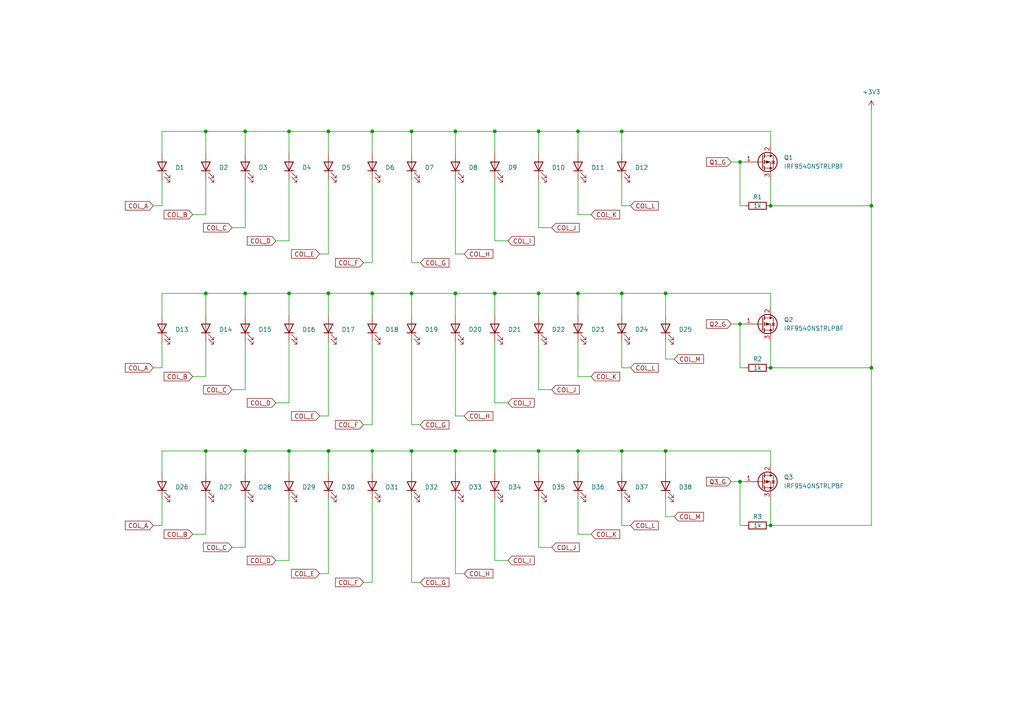
<source format=kicad_sch>
(kicad_sch (version 20231120) (generator "eeschema") (generator_version "8.0")
  (paper "A4")
  (lib_symbols
    (symbol "Device:LED" (pin_numbers hide) (pin_names (offset 1.016) hide)
      (property "Reference" "D" (at 0 2.54 0))
      (property "Value" "LED" (at 0 -2.54 0))
      (symbol "LED_0_1"
        (polyline (pts (xy -1.27 -1.27) (xy -1.27 1.27)) (stroke (width 0.254)))
        (polyline (pts (xy -1.27 0) (xy 1.27 0)))
        (polyline (pts (xy 1.27 -1.27) (xy 1.27 1.27) (xy -1.27 0) (xy 1.27 -1.27)) (stroke (width 0.254)))
        (polyline (pts (xy -3.048 -0.762) (xy -4.572 -2.286) (xy -3.81 -2.286) (xy -4.572 -2.286) (xy -4.572 -1.524)))
        (polyline (pts (xy -1.778 -0.762) (xy -3.302 -2.286) (xy -2.54 -2.286) (xy -3.302 -2.286) (xy -3.302 -1.524)))
      )
      (symbol "LED_1_1"
        (pin passive line (at -3.81 0 0) (length 2.54) (name "K") (number "1"))
        (pin passive line (at 3.81 0 180) (length 2.54) (name "A") (number "2"))
      )
    )
    (symbol "Device:Q_PMOS_GDS" (pin_names (offset 0) hide)
      (property "Reference" "Q" (at 5.08 1.27 0))
      (property "Value" "Q_PMOS_GDS" (at 5.08 -1.27 0))
      (symbol "Q_PMOS_GDS_0_1"
        (polyline (pts (xy 0.254 0) (xy -2.54 0)))
        (polyline (pts (xy 0.254 1.905) (xy 0.254 -1.905)) (stroke (width 0.254)))
        (polyline (pts (xy 0.762 -1.27) (xy 0.762 -2.286)) (stroke (width 0.254)))
        (polyline (pts (xy 0.762 0.508) (xy 0.762 -0.508)) (stroke (width 0.254)))
        (polyline (pts (xy 0.762 2.286) (xy 0.762 1.27)) (stroke (width 0.254)))
        (polyline (pts (xy 2.54 2.54) (xy 2.54 1.778)))
        (polyline (pts (xy 2.54 -2.54) (xy 2.54 0) (xy 0.762 0)))
        (polyline (pts (xy 0.762 1.778) (xy 3.302 1.778) (xy 3.302 -1.778) (xy 0.762 -1.778)))
        (polyline (pts (xy 2.286 0) (xy 1.27 0.381) (xy 1.27 -0.381) (xy 2.286 0)) (fill (type outline)))
        (polyline (pts (xy 2.794 -0.508) (xy 2.921 -0.381) (xy 3.683 -0.381) (xy 3.81 -0.254)))
        (polyline (pts (xy 3.302 -0.381) (xy 2.921 0.254) (xy 3.683 0.254) (xy 3.302 -0.381)))
        (circle (center 1.651 0) (radius 2.794) (stroke (width 0.254)))
        (circle (center 2.54 -1.778) (radius 0.254) (fill (type outline)))
        (circle (center 2.54 1.778) (radius 0.254) (fill (type outline)))
      )
      (symbol "Q_PMOS_GDS_1_1"
        (pin input line (at -5.08 0 0) (length 2.54) (name "G") (number "1"))
        (pin passive line (at 2.54 5.08 270) (length 2.54) (name "D") (number "2"))
        (pin passive line (at 2.54 -5.08 90) (length 2.54) (name "S") (number "3"))
      )
    )
    (symbol "Device:R" (pin_numbers hide) (pin_names (offset 0))
      (property "Reference" "R" (at 2.032 0 90))
      (property "Value" "R" (at 0 0 90))
      (symbol "R_0_1"
        (rectangle (start -1.016 -2.54) (end 1.016 2.54) (stroke (width 0.254)))
      )
      (symbol "R_1_1"
        (pin passive line (at 0 3.81 270) (length 1.27) (name "~") (number "1"))
        (pin passive line (at 0 -3.81 90) (length 1.27) (name "~") (number "2"))
      )
    )
    (symbol "power:+3V3" (power) (pin_numbers hide) (pin_names (offset 0) hide)
      (property "Value" "+3V3" (at 0 3.556 0))
      (symbol "+3V3_0_1"
        (polyline (pts (xy -0.762 1.27) (xy 0 2.54)))
        (polyline (pts (xy 0 0) (xy 0 2.54)))
        (polyline (pts (xy 0 2.54) (xy 0.762 1.27)))
      )
      (symbol "+3V3_1_1"
        (pin power_in line (at 0 0 90) (length 0) (name "~") (number "1"))
      )
    )
  )
  (junction (at 107.95 38.1))
  (junction (at 95.25 38.1))
  (junction (at 59.69 85.09))
  (junction (at 132.08 38.1))
  (junction (at 143.51 130.81))
  (junction (at 252.73 59.69))
  (junction (at 83.82 130.81))
  (junction (at 119.38 38.1))
  (junction (at 119.38 85.09))
  (junction (at 83.82 85.09))
  (junction (at 132.08 130.81))
  (junction (at 119.38 130.81))
  (junction (at 156.21 85.09))
  (junction (at 167.64 38.1))
  (junction (at 180.34 130.81))
  (junction (at 95.25 130.81))
  (junction (at 132.08 85.09))
  (junction (at 193.04 85.09))
  (junction (at 214.63 139.7))
  (junction (at 180.34 38.1))
  (junction (at 214.63 46.99))
  (junction (at 223.52 106.68))
  (junction (at 167.64 130.81))
  (junction (at 156.21 38.1))
  (junction (at 95.25 85.09))
  (junction (at 214.63 93.98))
  (junction (at 193.04 130.81))
  (junction (at 252.73 106.68))
  (junction (at 143.51 85.09))
  (junction (at 180.34 85.09))
  (junction (at 167.64 85.09))
  (junction (at 71.12 130.81))
  (junction (at 83.82 38.1))
  (junction (at 59.69 38.1))
  (junction (at 223.52 59.69))
  (junction (at 107.95 130.81))
  (junction (at 156.21 130.81))
  (junction (at 71.12 85.09))
  (junction (at 143.51 38.1))
  (junction (at 223.52 152.4))
  (junction (at 59.69 130.81))
  (junction (at 71.12 38.1))
  (junction (at 107.95 85.09))
  (wire (pts (xy 182.88 59.69) (xy 180.34 59.69)))
  (wire (pts (xy 214.63 59.69) (xy 215.9 59.69)))
  (wire (pts (xy 92.71 120.65) (xy 95.25 120.65)))
  (wire (pts (xy 167.64 130.81) (xy 180.34 130.81)))
  (wire (pts (xy 223.52 144.78) (xy 223.52 152.4)))
  (wire (pts (xy 46.99 106.68) (xy 46.99 99.06)))
  (wire (pts (xy 214.63 139.7) (xy 214.63 152.4)))
  (wire (pts (xy 147.32 116.84) (xy 143.51 116.84)))
  (wire (pts (xy 46.99 59.69) (xy 46.99 52.07)))
  (wire (pts (xy 167.64 154.94) (xy 167.64 144.78)))
  (wire (pts (xy 180.34 106.68) (xy 180.34 99.06)))
  (wire (pts (xy 182.88 152.4) (xy 180.34 152.4)))
  (wire (pts (xy 193.04 130.81) (xy 193.04 137.16)))
  (wire (pts (xy 171.45 62.23) (xy 167.64 62.23)))
  (wire (pts (xy 252.73 152.4) (xy 223.52 152.4)))
  (wire (pts (xy 143.51 130.81) (xy 156.21 130.81)))
  (wire (pts (xy 71.12 66.04) (xy 71.12 52.07)))
  (wire (pts (xy 71.12 113.03) (xy 71.12 99.06)))
  (wire (pts (xy 119.38 123.19) (xy 119.38 99.06)))
  (wire (pts (xy 105.41 123.19) (xy 107.95 123.19)))
  (wire (pts (xy 95.25 85.09) (xy 107.95 85.09)))
  (wire (pts (xy 107.95 38.1) (xy 107.95 44.45)))
  (wire (pts (xy 119.38 38.1) (xy 132.08 38.1)))
  (wire (pts (xy 167.64 109.22) (xy 167.64 99.06)))
  (wire (pts (xy 83.82 38.1) (xy 83.82 44.45)))
  (wire (pts (xy 193.04 85.09) (xy 223.52 85.09)))
  (wire (pts (xy 46.99 38.1) (xy 59.69 38.1)))
  (wire (pts (xy 71.12 130.81) (xy 83.82 130.81)))
  (wire (pts (xy 83.82 38.1) (xy 95.25 38.1)))
  (wire (pts (xy 132.08 73.66) (xy 132.08 52.07)))
  (wire (pts (xy 156.21 85.09) (xy 156.21 91.44)))
  (wire (pts (xy 92.71 73.66) (xy 95.25 73.66)))
  (wire (pts (xy 46.99 130.81) (xy 46.99 137.16)))
  (wire (pts (xy 167.64 130.81) (xy 167.64 137.16)))
  (wire (pts (xy 214.63 46.99) (xy 212.09 46.99)))
  (wire (pts (xy 59.69 38.1) (xy 59.69 44.45)))
  (wire (pts (xy 182.88 106.68) (xy 180.34 106.68)))
  (wire (pts (xy 214.63 46.99) (xy 214.63 59.69)))
  (wire (pts (xy 214.63 106.68) (xy 215.9 106.68)))
  (wire (pts (xy 107.95 76.2) (xy 107.95 52.07)))
  (wire (pts (xy 132.08 120.65) (xy 132.08 99.06)))
  (wire (pts (xy 143.51 85.09) (xy 143.51 91.44)))
  (wire (pts (xy 92.71 166.37) (xy 95.25 166.37)))
  (wire (pts (xy 105.41 168.91) (xy 107.95 168.91)))
  (wire (pts (xy 59.69 62.23) (xy 59.69 52.07)))
  (wire (pts (xy 71.12 158.75) (xy 71.12 144.78)))
  (wire (pts (xy 121.92 76.2) (xy 119.38 76.2)))
  (wire (pts (xy 59.69 85.09) (xy 71.12 85.09)))
  (wire (pts (xy 134.62 120.65) (xy 132.08 120.65)))
  (wire (pts (xy 180.34 130.81) (xy 193.04 130.81)))
  (wire (pts (xy 156.21 158.75) (xy 156.21 144.78)))
  (wire (pts (xy 83.82 162.56) (xy 83.82 144.78)))
  (wire (pts (xy 223.52 38.1) (xy 223.52 41.91)))
  (wire (pts (xy 55.88 154.94) (xy 59.69 154.94)))
  (wire (pts (xy 121.92 123.19) (xy 119.38 123.19)))
  (wire (pts (xy 95.25 73.66) (xy 95.25 52.07)))
  (wire (pts (xy 132.08 38.1) (xy 132.08 44.45)))
  (wire (pts (xy 252.73 59.69) (xy 223.52 59.69)))
  (wire (pts (xy 156.21 113.03) (xy 156.21 99.06)))
  (wire (pts (xy 252.73 106.68) (xy 252.73 152.4)))
  (wire (pts (xy 180.34 130.81) (xy 180.34 137.16)))
  (wire (pts (xy 195.58 149.86) (xy 193.04 149.86)))
  (wire (pts (xy 214.63 152.4) (xy 215.9 152.4)))
  (wire (pts (xy 143.51 116.84) (xy 143.51 99.06)))
  (wire (pts (xy 156.21 66.04) (xy 156.21 52.07)))
  (wire (pts (xy 143.51 130.81) (xy 143.51 137.16)))
  (wire (pts (xy 46.99 38.1) (xy 46.99 44.45)))
  (wire (pts (xy 147.32 162.56) (xy 143.51 162.56)))
  (wire (pts (xy 167.64 38.1) (xy 167.64 44.45)))
  (wire (pts (xy 252.73 59.69) (xy 252.73 106.68)))
  (wire (pts (xy 46.99 152.4) (xy 46.99 144.78)))
  (wire (pts (xy 252.73 31.75) (xy 252.73 59.69)))
  (wire (pts (xy 252.73 106.68) (xy 223.52 106.68)))
  (wire (pts (xy 107.95 38.1) (xy 119.38 38.1)))
  (wire (pts (xy 132.08 130.81) (xy 143.51 130.81)))
  (wire (pts (xy 59.69 130.81) (xy 71.12 130.81)))
  (wire (pts (xy 71.12 38.1) (xy 83.82 38.1)))
  (wire (pts (xy 132.08 130.81) (xy 132.08 137.16)))
  (wire (pts (xy 107.95 130.81) (xy 119.38 130.81)))
  (wire (pts (xy 171.45 109.22) (xy 167.64 109.22)))
  (wire (pts (xy 167.64 85.09) (xy 180.34 85.09)))
  (wire (pts (xy 105.41 76.2) (xy 107.95 76.2)))
  (wire (pts (xy 193.04 149.86) (xy 193.04 144.78)))
  (wire (pts (xy 132.08 85.09) (xy 143.51 85.09)))
  (wire (pts (xy 71.12 85.09) (xy 71.12 91.44)))
  (wire (pts (xy 55.88 62.23) (xy 59.69 62.23)))
  (wire (pts (xy 167.64 38.1) (xy 180.34 38.1)))
  (wire (pts (xy 171.45 154.94) (xy 167.64 154.94)))
  (wire (pts (xy 95.25 166.37) (xy 95.25 144.78)))
  (wire (pts (xy 180.34 59.69) (xy 180.34 52.07)))
  (wire (pts (xy 156.21 38.1) (xy 167.64 38.1)))
  (wire (pts (xy 67.31 158.75) (xy 71.12 158.75)))
  (wire (pts (xy 67.31 66.04) (xy 71.12 66.04)))
  (wire (pts (xy 119.38 130.81) (xy 119.38 137.16)))
  (wire (pts (xy 83.82 85.09) (xy 83.82 91.44)))
  (wire (pts (xy 134.62 166.37) (xy 132.08 166.37)))
  (wire (pts (xy 107.95 123.19) (xy 107.95 99.06)))
  (wire (pts (xy 95.25 120.65) (xy 95.25 99.06)))
  (wire (pts (xy 71.12 130.81) (xy 71.12 137.16)))
  (wire (pts (xy 223.52 85.09) (xy 223.52 88.9)))
  (wire (pts (xy 107.95 85.09) (xy 119.38 85.09)))
  (wire (pts (xy 46.99 85.09) (xy 59.69 85.09)))
  (wire (pts (xy 132.08 166.37) (xy 132.08 144.78)))
  (wire (pts (xy 223.52 99.06) (xy 223.52 106.68)))
  (wire (pts (xy 83.82 130.81) (xy 95.25 130.81)))
  (wire (pts (xy 167.64 85.09) (xy 167.64 91.44)))
  (wire (pts (xy 223.52 52.07) (xy 223.52 59.69)))
  (wire (pts (xy 214.63 93.98) (xy 212.09 93.98)))
  (wire (pts (xy 119.38 85.09) (xy 132.08 85.09)))
  (wire (pts (xy 132.08 85.09) (xy 132.08 91.44)))
  (wire (pts (xy 167.64 62.23) (xy 167.64 52.07)))
  (wire (pts (xy 83.82 85.09) (xy 95.25 85.09)))
  (wire (pts (xy 55.88 109.22) (xy 59.69 109.22)))
  (wire (pts (xy 83.82 130.81) (xy 83.82 137.16)))
  (wire (pts (xy 59.69 154.94) (xy 59.69 144.78)))
  (wire (pts (xy 44.45 106.68) (xy 46.99 106.68)))
  (wire (pts (xy 134.62 73.66) (xy 132.08 73.66)))
  (wire (pts (xy 156.21 85.09) (xy 167.64 85.09)))
  (wire (pts (xy 71.12 85.09) (xy 83.82 85.09)))
  (wire (pts (xy 83.82 116.84) (xy 83.82 99.06)))
  (wire (pts (xy 107.95 130.81) (xy 107.95 137.16)))
  (wire (pts (xy 119.38 168.91) (xy 119.38 144.78)))
  (wire (pts (xy 59.69 109.22) (xy 59.69 99.06)))
  (wire (pts (xy 46.99 85.09) (xy 46.99 91.44)))
  (wire (pts (xy 95.25 38.1) (xy 95.25 44.45)))
  (wire (pts (xy 180.34 85.09) (xy 193.04 85.09)))
  (wire (pts (xy 195.58 104.14) (xy 193.04 104.14)))
  (wire (pts (xy 143.51 85.09) (xy 156.21 85.09)))
  (wire (pts (xy 71.12 38.1) (xy 71.12 44.45)))
  (wire (pts (xy 119.38 130.81) (xy 132.08 130.81)))
  (wire (pts (xy 214.63 139.7) (xy 215.9 139.7)))
  (wire (pts (xy 44.45 152.4) (xy 46.99 152.4)))
  (wire (pts (xy 156.21 38.1) (xy 156.21 44.45)))
  (wire (pts (xy 67.31 113.03) (xy 71.12 113.03)))
  (wire (pts (xy 214.63 93.98) (xy 214.63 106.68)))
  (wire (pts (xy 119.38 76.2) (xy 119.38 52.07)))
  (wire (pts (xy 80.01 162.56) (xy 83.82 162.56)))
  (wire (pts (xy 80.01 69.85) (xy 83.82 69.85)))
  (wire (pts (xy 95.25 130.81) (xy 107.95 130.81)))
  (wire (pts (xy 193.04 130.81) (xy 223.52 130.81)))
  (wire (pts (xy 193.04 104.14) (xy 193.04 99.06)))
  (wire (pts (xy 193.04 85.09) (xy 193.04 91.44)))
  (wire (pts (xy 59.69 38.1) (xy 71.12 38.1)))
  (wire (pts (xy 180.34 85.09) (xy 180.34 91.44)))
  (wire (pts (xy 59.69 130.81) (xy 59.69 137.16)))
  (wire (pts (xy 143.51 38.1) (xy 156.21 38.1)))
  (wire (pts (xy 143.51 162.56) (xy 143.51 144.78)))
  (wire (pts (xy 223.52 130.81) (xy 223.52 134.62)))
  (wire (pts (xy 156.21 130.81) (xy 156.21 137.16)))
  (wire (pts (xy 119.38 85.09) (xy 119.38 91.44)))
  (wire (pts (xy 143.51 69.85) (xy 143.51 52.07)))
  (wire (pts (xy 46.99 130.81) (xy 59.69 130.81)))
  (wire (pts (xy 160.02 113.03) (xy 156.21 113.03)))
  (wire (pts (xy 143.51 38.1) (xy 143.51 44.45)))
  (wire (pts (xy 119.38 38.1) (xy 119.38 44.45)))
  (wire (pts (xy 80.01 116.84) (xy 83.82 116.84)))
  (wire (pts (xy 44.45 59.69) (xy 46.99 59.69)))
  (wire (pts (xy 160.02 158.75) (xy 156.21 158.75)))
  (wire (pts (xy 147.32 69.85) (xy 143.51 69.85)))
  (wire (pts (xy 214.63 93.98) (xy 215.9 93.98)))
  (wire (pts (xy 95.25 38.1) (xy 107.95 38.1)))
  (wire (pts (xy 180.34 152.4) (xy 180.34 144.78)))
  (wire (pts (xy 180.34 38.1) (xy 180.34 44.45)))
  (wire (pts (xy 214.63 46.99) (xy 215.9 46.99)))
  (wire (pts (xy 83.82 69.85) (xy 83.82 52.07)))
  (wire (pts (xy 59.69 85.09) (xy 59.69 91.44)))
  (wire (pts (xy 107.95 168.91) (xy 107.95 144.78)))
  (wire (pts (xy 132.08 38.1) (xy 143.51 38.1)))
  (wire (pts (xy 107.95 85.09) (xy 107.95 91.44)))
  (wire (pts (xy 160.02 66.04) (xy 156.21 66.04)))
  (wire (pts (xy 180.34 38.1) (xy 223.52 38.1)))
  (wire (pts (xy 156.21 130.81) (xy 167.64 130.81)))
  (wire (pts (xy 95.25 130.81) (xy 95.25 137.16)))
  (wire (pts (xy 214.63 139.7) (xy 212.09 139.7)))
  (wire (pts (xy 95.25 85.09) (xy 95.25 91.44)))
  (wire (pts (xy 121.92 168.91) (xy 119.38 168.91)))
  (global_label "COL_M" (shape input) (at 195.58 149.86 0) (property "Intersheetrefs" "${INTERSHEET_REFS}" (effects (hide yes))))
  (global_label "COL_E" (shape input) (at 92.71 73.66 180) (property "Intersheetrefs" "${INTERSHEET_REFS}" (effects (hide yes))))
  (global_label "COL_A" (shape input) (at 44.45 106.68 180) (property "Intersheetrefs" "${INTERSHEET_REFS}" (effects (hide yes))))
  (global_label "COL_C" (shape input) (at 67.31 158.75 180) (property "Intersheetrefs" "${INTERSHEET_REFS}" (effects (hide yes))))
  (global_label "COL_F" (shape input) (at 105.41 168.91 180) (property "Intersheetrefs" "${INTERSHEET_REFS}" (effects (hide yes))))
  (global_label "COL_D" (shape input) (at 80.01 69.85 180) (property "Intersheetrefs" "${INTERSHEET_REFS}" (effects (hide yes))))
  (global_label "COL_M" (shape input) (at 195.58 104.14 0) (property "Intersheetrefs" "${INTERSHEET_REFS}" (effects (hide yes))))
  (global_label "COL_D" (shape input) (at 80.01 162.56 180) (property "Intersheetrefs" "${INTERSHEET_REFS}" (effects (hide yes))))
  (global_label "COL_J" (shape input) (at 160.02 113.03 0) (property "Intersheetrefs" "${INTERSHEET_REFS}" (effects (hide yes))))
  (global_label "COL_L" (shape input) (at 182.88 59.69 0) (property "Intersheetrefs" "${INTERSHEET_REFS}" (effects (hide yes))))
  (global_label "COL_G" (shape input) (at 121.92 168.91 0) (property "Intersheetrefs" "${INTERSHEET_REFS}" (effects (hide yes))))
  (global_label "COL_K" (shape input) (at 171.45 62.23 0) (property "Intersheetrefs" "${INTERSHEET_REFS}" (effects (hide yes))))
  (global_label "COL_K" (shape input) (at 171.45 109.22 0) (property "Intersheetrefs" "${INTERSHEET_REFS}" (effects (hide yes))))
  (global_label "COL_F" (shape input) (at 105.41 123.19 180) (property "Intersheetrefs" "${INTERSHEET_REFS}" (effects (hide yes))))
  (global_label "COL_B" (shape input) (at 55.88 109.22 180) (property "Intersheetrefs" "${INTERSHEET_REFS}" (effects (hide yes))))
  (global_label "COL_G" (shape input) (at 121.92 76.2 0) (property "Intersheetrefs" "${INTERSHEET_REFS}" (effects (hide yes))))
  (global_label "COL_F" (shape input) (at 105.41 76.2 180) (property "Intersheetrefs" "${INTERSHEET_REFS}" (effects (hide yes))))
  (global_label "COL_D" (shape input) (at 80.01 116.84 180) (property "Intersheetrefs" "${INTERSHEET_REFS}" (effects (hide yes))))
  (global_label "COL_C" (shape input) (at 67.31 113.03 180) (property "Intersheetrefs" "${INTERSHEET_REFS}" (effects (hide yes))))
  (global_label "COL_I" (shape input) (at 147.32 69.85 0) (property "Intersheetrefs" "${INTERSHEET_REFS}" (effects (hide yes))))
  (global_label "COL_L" (shape input) (at 182.88 106.68 0) (property "Intersheetrefs" "${INTERSHEET_REFS}" (effects (hide yes))))
  (global_label "COL_H" (shape input) (at 134.62 166.37 0) (property "Intersheetrefs" "${INTERSHEET_REFS}" (effects (hide yes))))
  (global_label "COL_I" (shape input) (at 147.32 162.56 0) (property "Intersheetrefs" "${INTERSHEET_REFS}" (effects (hide yes))))
  (global_label "COL_H" (shape input) (at 134.62 120.65 0) (property "Intersheetrefs" "${INTERSHEET_REFS}" (effects (hide yes))))
  (global_label "COL_I" (shape input) (at 147.32 116.84 0) (property "Intersheetrefs" "${INTERSHEET_REFS}" (effects (hide yes))))
  (global_label "COL_J" (shape input) (at 160.02 158.75 0) (property "Intersheetrefs" "${INTERSHEET_REFS}" (effects (hide yes))))
  (global_label "Q1_G" (shape input) (at 212.09 46.99 180) (property "Intersheetrefs" "${INTERSHEET_REFS}" (effects (hide yes))))
  (global_label "COL_B" (shape input) (at 55.88 154.94 180) (property "Intersheetrefs" "${INTERSHEET_REFS}" (effects (hide yes))))
  (global_label "COL_E" (shape input) (at 92.71 120.65 180) (property "Intersheetrefs" "${INTERSHEET_REFS}" (effects (hide yes))))
  (global_label "COL_A" (shape input) (at 44.45 59.69 180) (property "Intersheetrefs" "${INTERSHEET_REFS}" (effects (hide yes))))
  (global_label "COL_B" (shape input) (at 55.88 62.23 180) (property "Intersheetrefs" "${INTERSHEET_REFS}" (effects (hide yes))))
  (global_label "COL_C" (shape input) (at 67.31 66.04 180) (property "Intersheetrefs" "${INTERSHEET_REFS}" (effects (hide yes))))
  (global_label "COL_J" (shape input) (at 160.02 66.04 0) (property "Intersheetrefs" "${INTERSHEET_REFS}" (effects (hide yes))))
  (global_label "COL_K" (shape input) (at 171.45 154.94 0) (property "Intersheetrefs" "${INTERSHEET_REFS}" (effects (hide yes))))
  (global_label "COL_G" (shape input) (at 121.92 123.19 0) (property "Intersheetrefs" "${INTERSHEET_REFS}" (effects (hide yes))))
  (global_label "COL_H" (shape input) (at 134.62 73.66 0) (property "Intersheetrefs" "${INTERSHEET_REFS}" (effects (hide yes))))
  (global_label "COL_E" (shape input) (at 92.71 166.37 180) (property "Intersheetrefs" "${INTERSHEET_REFS}" (effects (hide yes))))
  (global_label "COL_A" (shape input) (at 44.45 152.4 180) (property "Intersheetrefs" "${INTERSHEET_REFS}" (effects (hide yes))))
  (global_label "COL_L" (shape input) (at 182.88 152.4 0) (property "Intersheetrefs" "${INTERSHEET_REFS}" (effects (hide yes))))
  (global_label "Q3_G" (shape input) (at 212.09 139.7 180) (property "Intersheetrefs" "${INTERSHEET_REFS}" (effects (hide yes))))
  (global_label "Q2_G" (shape input) (at 212.09 93.98 180) (property "Intersheetrefs" "${INTERSHEET_REFS}" (effects (hide yes))))
  (symbol (lib_id "Device:LED") (at 59.69 95.25 90) (unit 1)
    (property "Reference" "D14" (at 63.5 95.5674 90) (effects (justify right)))
    (property "Value" "151051BS04000" (effects (hide yes)))
    (property "Footprint" "Graduation Cap:BLUE-LED-5MM-ROUND" (effects (hide yes)))
    (property "Description" "Light emitting diode" (effects (hide yes)))
  )
  (symbol (lib_id "Device:LED") (at 132.08 95.25 90) (unit 1)
    (property "Reference" "D20" (at 135.89 95.5674 90) (effects (justify right)))
    (property "Value" "SLI-343D8U3F" (effects (hide yes)))
    (property "Footprint" "Graduation Cap:ORANGE-LED-5MM-ROUND" (effects (hide yes)))
    (property "Description" "Light emitting diode" (effects (hide yes)))
  )
  (symbol (lib_id "power:+3V3") (at 252.73 31.75 0) (unit 1)
    (property "Reference" "#PWR05" (effects (hide yes)))
    (property "Value" "+3V3" (at 252.73 26.67 0))
    (property "Description" "Power symbol creates a global label with name \"+3V3\"" (effects (hide yes)))
  )
  (symbol (lib_id "Device:LED") (at 107.95 48.26 90) (unit 1)
    (property "Reference" "D6" (at 111.76 48.5774 90) (effects (justify right)))
    (property "Value" "151051BS04000" (effects (hide yes)))
    (property "Footprint" "Graduation Cap:BLUE-LED-5MM-ROUND" (effects (hide yes)))
    (property "Description" "Light emitting diode" (effects (hide yes)))
  )
  (symbol (lib_id "Device:LED") (at 180.34 140.97 90) (unit 1)
    (property "Reference" "D37" (at 184.15 141.2874 90) (effects (justify right)))
    (property "Value" "SLI-343D8U3F" (effects (hide yes)))
    (property "Footprint" "Graduation Cap:ORANGE-LED-5MM-ROUND" (effects (hide yes)))
    (property "Description" "Light emitting diode" (effects (hide yes)))
  )
  (symbol (lib_id "Device:LED") (at 193.04 140.97 90) (unit 1)
    (property "Reference" "D38" (at 196.85 141.2874 90) (effects (justify right)))
    (property "Value" "SLI-343D8U3F" (effects (hide yes)))
    (property "Footprint" "Graduation Cap:ORANGE-LED-5MM-ROUND" (effects (hide yes)))
    (property "Description" "Light emitting diode" (effects (hide yes)))
  )
  (symbol (lib_id "Device:LED") (at 95.25 95.25 90) (unit 1)
    (property "Reference" "D17" (at 99.06 95.5674 90) (effects (justify right)))
    (property "Value" "151051BS04000" (effects (hide yes)))
    (property "Footprint" "Graduation Cap:BLUE-LED-5MM-ROUND" (effects (hide yes)))
    (property "Description" "Light emitting diode" (effects (hide yes)))
  )
  (symbol (lib_id "Device:Q_PMOS_GDS") (at 220.98 46.99 0) (unit 1)
    (property "Reference" "Q1" (at 227.33 45.7199 0) (effects (justify left)))
    (property "Value" "IRF9540NSTRLPBF" (at 227.33 48.2599 0) (effects (justify left)))
    (property "Footprint" "Package_TO_SOT_SMD:TO-263-2" (effects (hide yes)))
    (property "Description" "P-MOSFET transistor, gate/drain/source" (effects (hide yes)))
  )
  (symbol (lib_id "Device:LED") (at 46.99 140.97 90) (unit 1)
    (property "Reference" "D26" (at 50.8 141.2874 90) (effects (justify right)))
    (property "Value" "SLI-343D8U3F" (effects (hide yes)))
    (property "Footprint" "Graduation Cap:ORANGE-LED-5MM-ROUND" (effects (hide yes)))
    (property "Description" "Light emitting diode" (effects (hide yes)))
  )
  (symbol (lib_id "Device:LED") (at 71.12 140.97 90) (unit 1)
    (property "Reference" "D28" (at 74.93 141.2874 90) (effects (justify right)))
    (property "Value" "SLI-343D8U3F" (effects (hide yes)))
    (property "Footprint" "Graduation Cap:ORANGE-LED-5MM-ROUND" (effects (hide yes)))
    (property "Description" "Light emitting diode" (effects (hide yes)))
  )
  (symbol (lib_id "Device:LED") (at 167.64 95.25 90) (unit 1)
    (property "Reference" "D23" (at 171.45 95.5674 90) (effects (justify right)))
    (property "Value" "SLI-343D8U3F" (effects (hide yes)))
    (property "Footprint" "Graduation Cap:ORANGE-LED-5MM-ROUND" (effects (hide yes)))
    (property "Description" "Light emitting diode" (effects (hide yes)))
  )
  (symbol (lib_id "Device:LED") (at 71.12 48.26 90) (unit 1)
    (property "Reference" "D3" (at 74.93 48.5774 90) (effects (justify right)))
    (property "Value" "151051BS04000" (effects (hide yes)))
    (property "Footprint" "Graduation Cap:BLUE-LED-5MM-ROUND" (effects (hide yes)))
    (property "Description" "Light emitting diode" (effects (hide yes)))
  )
  (symbol (lib_id "Device:R") (at 219.71 106.68 90) (unit 1)
    (property "Reference" "R2" (at 219.71 104.14 90))
    (property "Value" "1k" (at 219.71 106.68 90))
    (property "Footprint" "Resistor_SMD:R_0603_1608Metric" (effects (hide yes)))
    (property "Description" "Resistor" (effects (hide yes)))
  )
  (symbol (lib_id "Device:R") (at 219.71 152.4 90) (unit 1)
    (property "Reference" "R3" (at 219.71 149.86 90))
    (property "Value" "1k" (at 219.71 152.4 90))
    (property "Footprint" "Resistor_SMD:R_0603_1608Metric" (effects (hide yes)))
    (property "Description" "Resistor" (effects (hide yes)))
  )
  (symbol (lib_id "Device:LED") (at 46.99 48.26 90) (unit 1)
    (property "Reference" "D1" (at 50.8 48.5774 90) (effects (justify right)))
    (property "Value" "151051BS04000" (effects (hide yes)))
    (property "Footprint" "Graduation Cap:BLUE-LED-5MM-ROUND" (effects (hide yes)))
    (property "Description" "Light emitting diode" (effects (hide yes)))
  )
  (symbol (lib_id "Device:LED") (at 143.51 95.25 90) (unit 1)
    (property "Reference" "D21" (at 147.32 95.5674 90) (effects (justify right)))
    (property "Value" "SLI-343D8U3F" (effects (hide yes)))
    (property "Footprint" "Graduation Cap:ORANGE-LED-5MM-ROUND" (effects (hide yes)))
    (property "Description" "Light emitting diode" (effects (hide yes)))
  )
  (symbol (lib_id "Device:LED") (at 59.69 140.97 90) (unit 1)
    (property "Reference" "D27" (at 63.5 141.2874 90) (effects (justify right)))
    (property "Value" "SLI-343D8U3F" (effects (hide yes)))
    (property "Footprint" "Graduation Cap:ORANGE-LED-5MM-ROUND" (effects (hide yes)))
    (property "Description" "Light emitting diode" (effects (hide yes)))
  )
  (symbol (lib_id "Device:LED") (at 193.04 95.25 90) (unit 1)
    (property "Reference" "D25" (at 196.85 95.5674 90) (effects (justify right)))
    (property "Value" "SLI-343D8U3F" (effects (hide yes)))
    (property "Footprint" "Graduation Cap:ORANGE-LED-5MM-ROUND" (effects (hide yes)))
    (property "Description" "Light emitting diode" (effects (hide yes)))
  )
  (symbol (lib_id "Device:LED") (at 180.34 95.25 90) (unit 1)
    (property "Reference" "D24" (at 184.15 95.5674 90) (effects (justify right)))
    (property "Value" "SLI-343D8U3F" (effects (hide yes)))
    (property "Footprint" "Graduation Cap:ORANGE-LED-5MM-ROUND" (effects (hide yes)))
    (property "Description" "Light emitting diode" (effects (hide yes)))
  )
  (symbol (lib_id "Device:LED") (at 83.82 140.97 90) (unit 1)
    (property "Reference" "D29" (at 87.63 141.2874 90) (effects (justify right)))
    (property "Value" "SLI-343D8U3F" (effects (hide yes)))
    (property "Footprint" "Graduation Cap:ORANGE-LED-5MM-ROUND" (effects (hide yes)))
    (property "Description" "Light emitting diode" (effects (hide yes)))
  )
  (symbol (lib_id "Device:R") (at 219.71 59.69 90) (unit 1)
    (property "Reference" "R1" (at 219.71 57.15 90))
    (property "Value" "1k" (at 219.71 59.69 90))
    (property "Footprint" "Resistor_SMD:R_0603_1608Metric" (effects (hide yes)))
    (property "Description" "Resistor" (effects (hide yes)))
  )
  (symbol (lib_id "Device:LED") (at 119.38 48.26 90) (unit 1)
    (property "Reference" "D7" (at 123.19 48.5774 90) (effects (justify right)))
    (property "Value" "151051BS04000" (effects (hide yes)))
    (property "Footprint" "Graduation Cap:BLUE-LED-5MM-ROUND" (effects (hide yes)))
    (property "Description" "Light emitting diode" (effects (hide yes)))
  )
  (symbol (lib_id "Device:LED") (at 156.21 48.26 90) (unit 1)
    (property "Reference" "D10" (at 160.02 48.5774 90) (effects (justify right)))
    (property "Value" "151051BS04000" (effects (hide yes)))
    (property "Footprint" "Graduation Cap:BLUE-LED-5MM-ROUND" (effects (hide yes)))
    (property "Description" "Light emitting diode" (effects (hide yes)))
  )
  (symbol (lib_id "Device:LED") (at 95.25 140.97 90) (unit 1)
    (property "Reference" "D30" (at 99.06 141.2874 90) (effects (justify right)))
    (property "Value" "SLI-343D8U3F" (effects (hide yes)))
    (property "Footprint" "Graduation Cap:ORANGE-LED-5MM-ROUND" (effects (hide yes)))
    (property "Description" "Light emitting diode" (effects (hide yes)))
  )
  (symbol (lib_id "Device:Q_PMOS_GDS") (at 220.98 139.7 0) (unit 1)
    (property "Reference" "Q3" (at 227.33 138.4299 0) (effects (justify left)))
    (property "Value" "IRF9540NSTRLPBF" (at 227.33 140.9699 0) (effects (justify left)))
    (property "Footprint" "Package_TO_SOT_SMD:TO-263-2" (effects (hide yes)))
    (property "Description" "P-MOSFET transistor, gate/drain/source" (effects (hide yes)))
  )
  (symbol (lib_id "Device:LED") (at 167.64 48.26 90) (unit 1)
    (property "Reference" "D11" (at 171.45 48.5774 90) (effects (justify right)))
    (property "Value" "151051BS04000" (effects (hide yes)))
    (property "Footprint" "Graduation Cap:BLUE-LED-5MM-ROUND" (effects (hide yes)))
    (property "Description" "Light emitting diode" (effects (hide yes)))
  )
  (symbol (lib_id "Device:LED") (at 132.08 48.26 90) (unit 1)
    (property "Reference" "D8" (at 135.89 48.5774 90) (effects (justify right)))
    (property "Value" "151051BS04000" (effects (hide yes)))
    (property "Footprint" "Graduation Cap:BLUE-LED-5MM-ROUND" (effects (hide yes)))
    (property "Description" "Light emitting diode" (effects (hide yes)))
  )
  (symbol (lib_id "Device:LED") (at 107.95 95.25 90) (unit 1)
    (property "Reference" "D18" (at 111.76 95.5674 90) (effects (justify right)))
    (property "Value" "151051BS04000" (effects (hide yes)))
    (property "Footprint" "Graduation Cap:BLUE-LED-5MM-ROUND" (effects (hide yes)))
    (property "Description" "Light emitting diode" (effects (hide yes)))
  )
  (symbol (lib_id "Device:LED") (at 156.21 140.97 90) (unit 1)
    (property "Reference" "D35" (at 160.02 141.2874 90) (effects (justify right)))
    (property "Value" "SLI-343D8U3F" (effects (hide yes)))
    (property "Footprint" "Graduation Cap:ORANGE-LED-5MM-ROUND" (effects (hide yes)))
    (property "Description" "Light emitting diode" (effects (hide yes)))
  )
  (symbol (lib_id "Device:LED") (at 143.51 48.26 90) (unit 1)
    (property "Reference" "D9" (at 147.32 48.5774 90) (effects (justify right)))
    (property "Value" "151051BS04000" (effects (hide yes)))
    (property "Footprint" "Graduation Cap:BLUE-LED-5MM-ROUND" (effects (hide yes)))
    (property "Description" "Light emitting diode" (effects (hide yes)))
  )
  (symbol (lib_id "Device:LED") (at 71.12 95.25 90) (unit 1)
    (property "Reference" "D15" (at 74.93 95.5674 90) (effects (justify right)))
    (property "Value" "151051BS04000" (effects (hide yes)))
    (property "Footprint" "Graduation Cap:BLUE-LED-5MM-ROUND" (effects (hide yes)))
    (property "Description" "Light emitting diode" (effects (hide yes)))
  )
  (symbol (lib_id "Device:LED") (at 119.38 95.25 90) (unit 1)
    (property "Reference" "D19" (at 123.19 95.5674 90) (effects (justify right)))
    (property "Value" "SLI-343D8U3F" (effects (hide yes)))
    (property "Footprint" "Graduation Cap:ORANGE-LED-5MM-ROUND" (effects (hide yes)))
    (property "Description" "Light emitting diode" (effects (hide yes)))
  )
  (symbol (lib_id "Device:LED") (at 46.99 95.25 90) (unit 1)
    (property "Reference" "D13" (at 50.8 95.5674 90) (effects (justify right)))
    (property "Value" "151051BS04000" (effects (hide yes)))
    (property "Footprint" "Graduation Cap:BLUE-LED-5MM-ROUND" (effects (hide yes)))
    (property "Description" "Light emitting diode" (effects (hide yes)))
  )
  (symbol (lib_id "Device:Q_PMOS_GDS") (at 220.98 93.98 0) (unit 1)
    (property "Reference" "Q2" (at 227.33 92.7099 0) (effects (justify left)))
    (property "Value" "IRF9540NSTRLPBF" (at 227.33 95.2499 0) (effects (justify left)))
    (property "Footprint" "Package_TO_SOT_SMD:TO-263-2" (effects (hide yes)))
    (property "Description" "P-MOSFET transistor, gate/drain/source" (effects (hide yes)))
  )
  (symbol (lib_id "Device:LED") (at 156.21 95.25 90) (unit 1)
    (property "Reference" "D22" (at 160.02 95.5674 90) (effects (justify right)))
    (property "Value" "SLI-343D8U3F" (effects (hide yes)))
    (property "Footprint" "Graduation Cap:ORANGE-LED-5MM-ROUND" (effects (hide yes)))
    (property "Description" "Light emitting diode" (effects (hide yes)))
  )
  (symbol (lib_id "Device:LED") (at 83.82 48.26 90) (unit 1)
    (property "Reference" "D4" (at 87.63 48.5774 90) (effects (justify right)))
    (property "Value" "151051BS04000" (effects (hide yes)))
    (property "Footprint" "Graduation Cap:BLUE-LED-5MM-ROUND" (effects (hide yes)))
    (property "Description" "Light emitting diode" (effects (hide yes)))
  )
  (symbol (lib_id "Device:LED") (at 95.25 48.26 90) (unit 1)
    (property "Reference" "D5" (at 99.06 48.5774 90) (effects (justify right)))
    (property "Value" "151051BS04000" (effects (hide yes)))
    (property "Footprint" "Graduation Cap:BLUE-LED-5MM-ROUND" (effects (hide yes)))
    (property "Description" "Light emitting diode" (effects (hide yes)))
  )
  (symbol (lib_id "Device:LED") (at 132.08 140.97 90) (unit 1)
    (property "Reference" "D33" (at 135.89 141.2874 90) (effects (justify right)))
    (property "Value" "SLI-343D8U3F" (effects (hide yes)))
    (property "Footprint" "Graduation Cap:ORANGE-LED-5MM-ROUND" (effects (hide yes)))
    (property "Description" "Light emitting diode" (effects (hide yes)))
  )
  (symbol (lib_id "Device:LED") (at 167.64 140.97 90) (unit 1)
    (property "Reference" "D36" (at 171.45 141.2874 90) (effects (justify right)))
    (property "Value" "SLI-343D8U3F" (effects (hide yes)))
    (property "Footprint" "Graduation Cap:ORANGE-LED-5MM-ROUND" (effects (hide yes)))
    (property "Description" "Light emitting diode" (effects (hide yes)))
  )
  (symbol (lib_id "Device:LED") (at 180.34 48.26 90) (unit 1)
    (property "Reference" "D12" (at 184.15 48.5774 90) (effects (justify right)))
    (property "Value" "151051BS04000" (effects (hide yes)))
    (property "Footprint" "Graduation Cap:BLUE-LED-5MM-ROUND" (effects (hide yes)))
    (property "Description" "Light emitting diode" (effects (hide yes)))
  )
  (symbol (lib_id "Device:LED") (at 143.51 140.97 90) (unit 1)
    (property "Reference" "D34" (at 147.32 141.2874 90) (effects (justify right)))
    (property "Value" "SLI-343D8U3F" (effects (hide yes)))
    (property "Footprint" "Graduation Cap:ORANGE-LED-5MM-ROUND" (effects (hide yes)))
    (property "Description" "Light emitting diode" (effects (hide yes)))
  )
  (symbol (lib_id "Device:LED") (at 119.38 140.97 90) (unit 1)
    (property "Reference" "D32" (at 123.19 141.2874 90) (effects (justify right)))
    (property "Value" "SLI-343D8U3F" (effects (hide yes)))
    (property "Footprint" "Graduation Cap:ORANGE-LED-5MM-ROUND" (effects (hide yes)))
    (property "Description" "Light emitting diode" (effects (hide yes)))
  )
  (symbol (lib_id "Device:LED") (at 59.69 48.26 90) (unit 1)
    (property "Reference" "D2" (at 63.5 48.5774 90) (effects (justify right)))
    (property "Value" "151051BS04000" (effects (hide yes)))
    (property "Footprint" "Graduation Cap:BLUE-LED-5MM-ROUND" (effects (hide yes)))
    (property "Description" "Light emitting diode" (effects (hide yes)))
  )
  (symbol (lib_id "Device:LED") (at 83.82 95.25 90) (unit 1)
    (property "Reference" "D16" (at 87.63 95.5674 90) (effects (justify right)))
    (property "Value" "151051BS04000" (effects (hide yes)))
    (property "Footprint" "Graduation Cap:BLUE-LED-5MM-ROUND" (effects (hide yes)))
    (property "Description" "Light emitting diode" (effects (hide yes)))
  )
  (symbol (lib_id "Device:LED") (at 107.95 140.97 90) (unit 1)
    (property "Reference" "D31" (at 111.76 141.2874 90) (effects (justify right)))
    (property "Value" "SLI-343D8U3F" (effects (hide yes)))
    (property "Footprint" "Graduation Cap:ORANGE-LED-5MM-ROUND" (effects (hide yes)))
    (property "Description" "Light emitting diode" (effects (hide yes)))
  )
)
</source>
